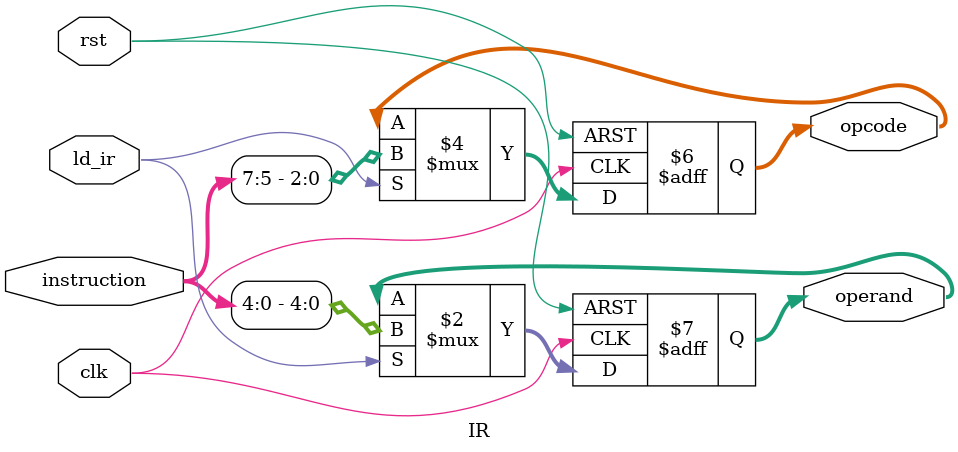
<source format=v>
`timescale 1ns / 1ps


`timescale 1ns / 1ps

module IR(
    input wire clk,
    input wire rst,
    input wire ld_ir,                  // Load instruction register
    input wire [7:0] instruction,      // Input from memory

    output reg [2:0] opcode,           // Output to controller & ALU
    output reg [4:0] operand           // Output to memory & PC (via MUX)
);

    always @(posedge clk or posedge rst) begin
        if (rst) begin
            opcode <= 3'b000;
            operand <= 5'b00000;
        end else if (ld_ir) begin
            opcode <= instruction[7:5];   // MSBs for opcode
            operand <= instruction[4:0];  // LSBs for operand (e.g., memory address)
        end
    end

endmodule

</source>
